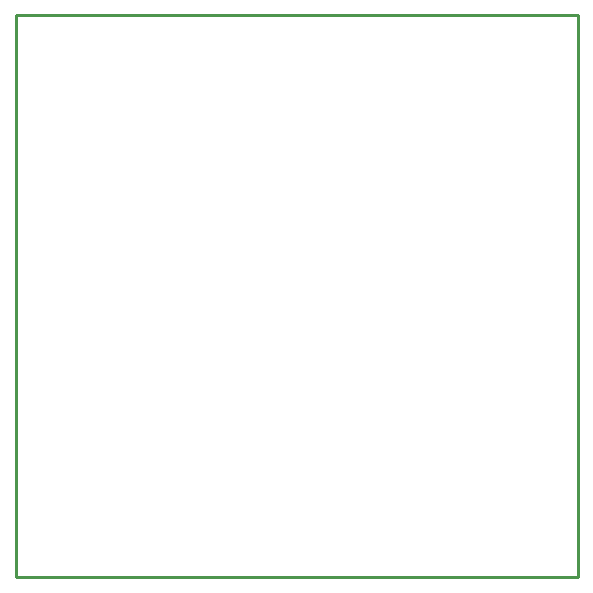
<source format=gbr>
G04 EAGLE Gerber RS-274X export*
G75*
%MOMM*%
%FSLAX34Y34*%
%LPD*%
%IN*%
%IPPOS*%
%AMOC8*
5,1,8,0,0,1.08239X$1,22.5*%
G01*
%ADD10C,0.254000*%


D10*
X0Y0D02*
X476125Y0D01*
X476125Y476150D01*
X0Y476150D01*
X0Y0D01*
M02*

</source>
